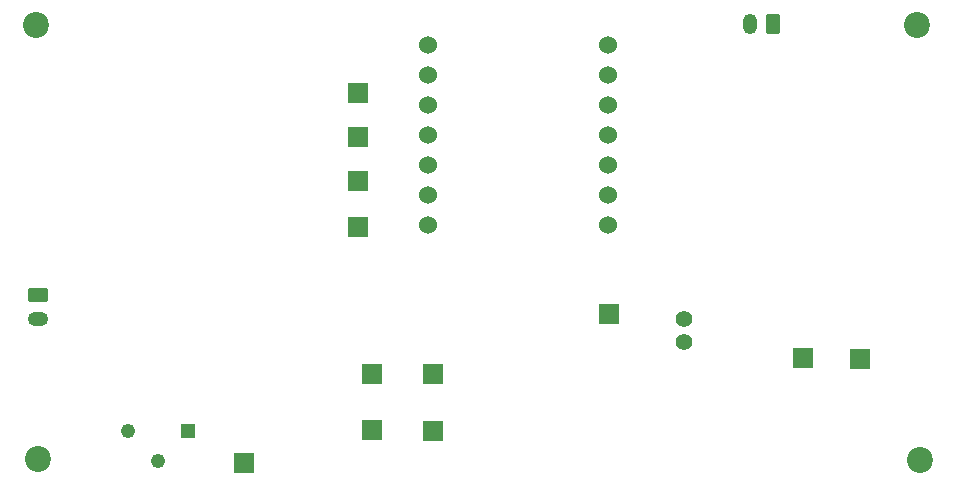
<source format=gbr>
%TF.GenerationSoftware,KiCad,Pcbnew,9.0.1-rc1*%
%TF.CreationDate,2025-04-01T12:09:22-07:00*%
%TF.ProjectId,ECE_442_PCB,4543455f-3434-4325-9f50-43422e6b6963,rev?*%
%TF.SameCoordinates,Original*%
%TF.FileFunction,Soldermask,Bot*%
%TF.FilePolarity,Negative*%
%FSLAX46Y46*%
G04 Gerber Fmt 4.6, Leading zero omitted, Abs format (unit mm)*
G04 Created by KiCad (PCBNEW 9.0.1-rc1) date 2025-04-01 12:09:22*
%MOMM*%
%LPD*%
G01*
G04 APERTURE LIST*
G04 Aperture macros list*
%AMRoundRect*
0 Rectangle with rounded corners*
0 $1 Rounding radius*
0 $2 $3 $4 $5 $6 $7 $8 $9 X,Y pos of 4 corners*
0 Add a 4 corners polygon primitive as box body*
4,1,4,$2,$3,$4,$5,$6,$7,$8,$9,$2,$3,0*
0 Add four circle primitives for the rounded corners*
1,1,$1+$1,$2,$3*
1,1,$1+$1,$4,$5*
1,1,$1+$1,$6,$7*
1,1,$1+$1,$8,$9*
0 Add four rect primitives between the rounded corners*
20,1,$1+$1,$2,$3,$4,$5,0*
20,1,$1+$1,$4,$5,$6,$7,0*
20,1,$1+$1,$6,$7,$8,$9,0*
20,1,$1+$1,$8,$9,$2,$3,0*%
G04 Aperture macros list end*
%ADD10O,1.750000X1.200000*%
%ADD11RoundRect,0.250000X-0.625000X0.350000X-0.625000X-0.350000X0.625000X-0.350000X0.625000X0.350000X0*%
%ADD12R,1.700000X1.700000*%
%ADD13C,1.412000*%
%ADD14C,2.200000*%
%ADD15RoundRect,0.250000X0.350000X0.625000X-0.350000X0.625000X-0.350000X-0.625000X0.350000X-0.625000X0*%
%ADD16O,1.200000X1.750000*%
%ADD17R,1.210000X1.210000*%
%ADD18C,1.210000*%
%ADD19C,1.524000*%
G04 APERTURE END LIST*
D10*
%TO.C,J9*%
X93350000Y-102850000D03*
D11*
X93350000Y-100850000D03*
%TD*%
D12*
%TO.C,J12*%
X120500000Y-91200000D03*
%TD*%
D13*
%TO.C,MK1*%
X148100000Y-104800000D03*
X148100000Y-102900000D03*
%TD*%
D12*
%TO.C,J11*%
X120500000Y-87500000D03*
%TD*%
%TO.C,J5*%
X158200000Y-106200000D03*
%TD*%
%TO.C,J7*%
X110800000Y-115050000D03*
%TD*%
%TO.C,J6*%
X121650000Y-107500000D03*
%TD*%
D14*
%TO.C,H1*%
X93200000Y-78000000D03*
%TD*%
%TO.C,H4*%
X168050000Y-114850000D03*
%TD*%
D15*
%TO.C,J8*%
X155650000Y-77900000D03*
D16*
X153650000Y-77900000D03*
%TD*%
D12*
%TO.C,J2*%
X141700000Y-102450000D03*
%TD*%
D17*
%TO.C,VR1*%
X106095000Y-112320000D03*
D18*
X103555000Y-114860000D03*
X101015000Y-112320000D03*
%TD*%
D14*
%TO.C,H2*%
X93350000Y-114750000D03*
%TD*%
D12*
%TO.C,J4*%
X126850000Y-112350000D03*
%TD*%
%TO.C,J3*%
X121650000Y-112300000D03*
%TD*%
D14*
%TO.C,H3*%
X167850000Y-77950000D03*
%TD*%
D12*
%TO.C,J1*%
X126800000Y-107550000D03*
%TD*%
%TO.C,J13*%
X120500000Y-95100000D03*
%TD*%
%TO.C,J14*%
X162950000Y-106300000D03*
%TD*%
%TO.C,J10*%
X120500000Y-83700000D03*
%TD*%
D19*
%TO.C,U1*%
X126380000Y-79648500D03*
X126380000Y-82188500D03*
X126380000Y-84728500D03*
X126380000Y-87268500D03*
X126380000Y-89808500D03*
X126380000Y-92348500D03*
X126380000Y-94888500D03*
X141620000Y-94888500D03*
X141620000Y-92348500D03*
X141620000Y-89808500D03*
X141620000Y-87268500D03*
X141620000Y-84728500D03*
X141620000Y-82188500D03*
X141620000Y-79648500D03*
%TD*%
M02*

</source>
